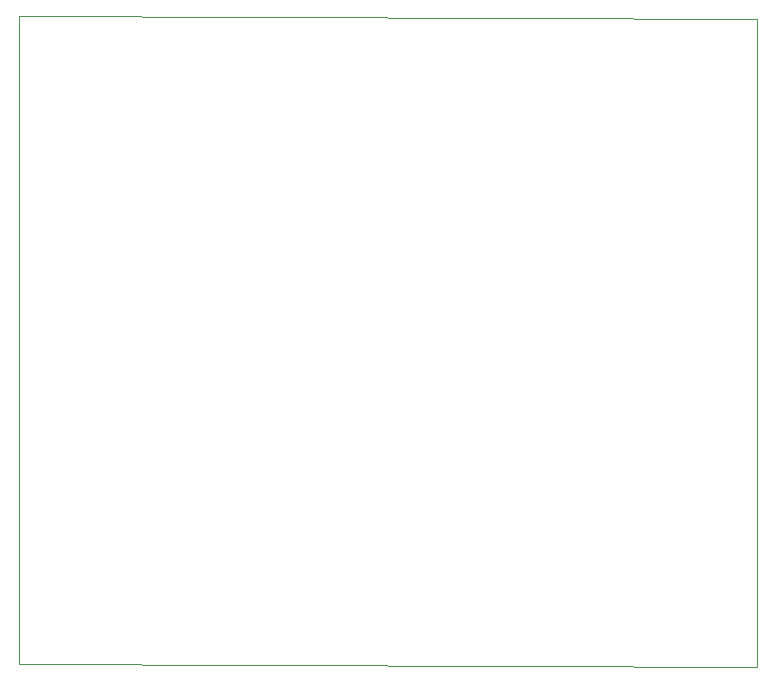
<source format=gbr>
%TF.GenerationSoftware,KiCad,Pcbnew,5.1.9-73d0e3b20d~88~ubuntu20.04.1*%
%TF.CreationDate,2021-04-10T10:54:25+05:30*%
%TF.ProjectId,shield-V1p2,73686965-6c64-42d5-9631-70322e6b6963,rev?*%
%TF.SameCoordinates,Original*%
%TF.FileFunction,Profile,NP*%
%FSLAX46Y46*%
G04 Gerber Fmt 4.6, Leading zero omitted, Abs format (unit mm)*
G04 Created by KiCad (PCBNEW 5.1.9-73d0e3b20d~88~ubuntu20.04.1) date 2021-04-10 10:54:25*
%MOMM*%
%LPD*%
G01*
G04 APERTURE LIST*
%TA.AperFunction,Profile*%
%ADD10C,0.050000*%
%TD*%
G04 APERTURE END LIST*
D10*
X117259100Y-132308600D02*
X179743100Y-132562600D01*
X179743100Y-132562600D02*
X179743100Y-77698600D01*
X117259100Y-77444600D02*
X179743100Y-77698600D01*
X117259100Y-132308600D02*
X117259100Y-77444600D01*
M02*

</source>
